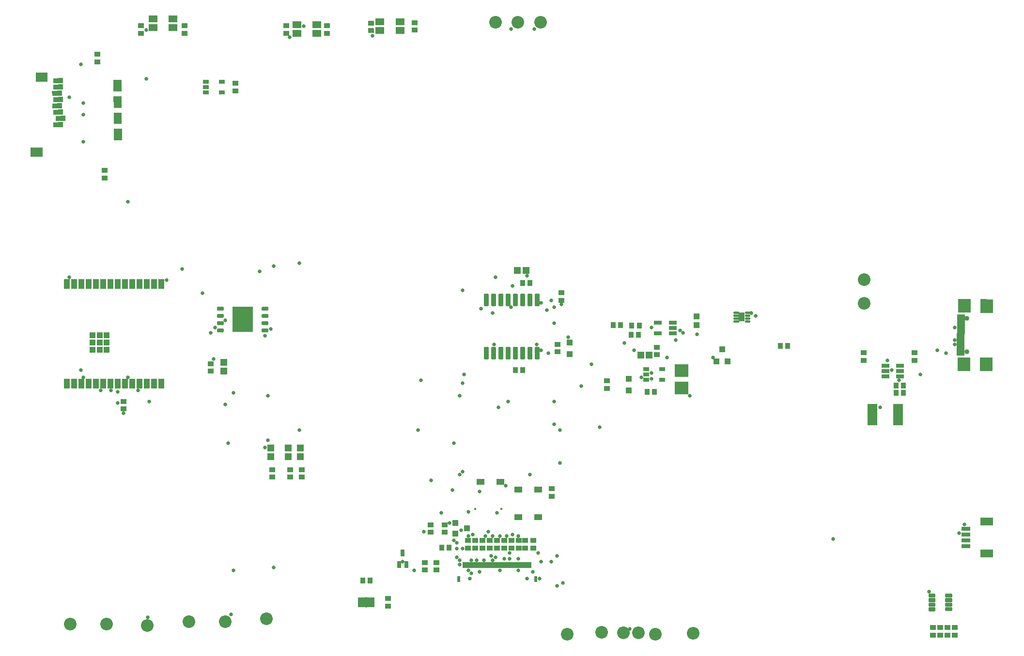
<source format=gbr>
G04 EAGLE Gerber RS-274X export*
G75*
%MOMM*%
%FSLAX34Y34*%
%LPD*%
%INSoldermask Top*%
%IPPOS*%
%AMOC8*
5,1,8,0,0,1.08239X$1,22.5*%
G01*
G04 Define Apertures*
%ADD10R,1.603200X1.253200*%
%ADD11R,1.103200X0.903200*%
%ADD12R,0.903200X1.103200*%
%ADD13R,2.403200X2.203200*%
%ADD14R,1.403200X0.803200*%
%ADD15R,1.143200X1.173200*%
%ADD16R,1.173200X1.143200*%
%ADD17R,1.103200X1.003200*%
%ADD18R,1.353200X1.003200*%
%ADD19R,1.103200X0.803200*%
%ADD20R,0.503200X1.003200*%
%ADD21R,0.603200X1.003200*%
%ADD22R,1.353200X0.503200*%
%ADD23R,2.383200X2.203200*%
%ADD24C,0.853200*%
%ADD25R,2.203200X1.403200*%
%ADD26R,1.553200X0.803200*%
%ADD27R,2.003200X1.403200*%
%ADD28R,2.103200X1.603200*%
%ADD29R,1.703200X0.903200*%
%ADD30R,0.330200X0.330200*%
%ADD31R,1.003200X1.003200*%
%ADD32R,1.403200X0.753200*%
%ADD33R,1.703200X3.803200*%
%ADD34R,1.003200X1.103200*%
%ADD35R,0.703200X1.253200*%
%ADD36C,0.330503*%
%ADD37R,0.152400X1.828800*%
%ADD38R,1.371600X1.803400*%
%ADD39C,2.203200*%
%ADD40C,0.315166*%
%ADD41R,3.603200X4.503200*%
%ADD42R,1.103200X1.703200*%
%ADD43C,0.349006*%
%ADD44C,0.269722*%
%ADD45R,1.103200X1.503200*%
%ADD46C,0.655600*%
D10*
X510492Y1087242D03*
X475492Y1087242D03*
X475492Y1072242D03*
X510492Y1072242D03*
D11*
X1625600Y18900D03*
X1625600Y31900D03*
X681200Y1077600D03*
X681200Y1090600D03*
D12*
X869800Y635000D03*
X882800Y635000D03*
X1060800Y560500D03*
X1073800Y560500D03*
X1087300Y444500D03*
X1100300Y444500D03*
D11*
X1017600Y450700D03*
X1017600Y463700D03*
X1612900Y18900D03*
X1612900Y31900D03*
D12*
X1320300Y524700D03*
X1333300Y524700D03*
D13*
X1147700Y451600D03*
X1147700Y481600D03*
D11*
X920600Y262100D03*
X920600Y275100D03*
D12*
X1522900Y455700D03*
X1535900Y455700D03*
D11*
X279400Y1072132D03*
X279400Y1085132D03*
D12*
X1522900Y443000D03*
X1535900Y443000D03*
D11*
X457200Y1072132D03*
X457200Y1085132D03*
D12*
X590400Y114300D03*
X603400Y114300D03*
X741300Y172300D03*
X728300Y172300D03*
D11*
X127000Y1022200D03*
X127000Y1035200D03*
D10*
X655492Y1092242D03*
X620492Y1092242D03*
X620492Y1077242D03*
X655492Y1077242D03*
D11*
X368300Y971400D03*
X368300Y984400D03*
D14*
X1504200Y490600D03*
X1504200Y481100D03*
X1504200Y471600D03*
X1529200Y471600D03*
X1529200Y481100D03*
X1529200Y490600D03*
D15*
X481200Y331200D03*
X481200Y346200D03*
X460000Y331200D03*
X460000Y346200D03*
D16*
X1091300Y508700D03*
X1076300Y508700D03*
D17*
X1055700Y446700D03*
X1055700Y467700D03*
D18*
X796100Y286700D03*
X831100Y286700D03*
X862300Y273600D03*
X897300Y273600D03*
X897300Y225500D03*
X862300Y225500D03*
D15*
X429800Y331200D03*
X429800Y346200D03*
D17*
X952500Y510200D03*
X952500Y531200D03*
D16*
X861100Y657368D03*
X876100Y657368D03*
D15*
X347400Y481200D03*
X347400Y496200D03*
D11*
X889000Y171300D03*
X889000Y184300D03*
X800100Y171300D03*
X800100Y184300D03*
X787400Y171300D03*
X787400Y184300D03*
X774700Y171300D03*
X774700Y184300D03*
X874124Y171300D03*
X874124Y184300D03*
X863600Y171300D03*
X863600Y184300D03*
X850900Y171300D03*
X850900Y184300D03*
X838200Y171300D03*
X838200Y184300D03*
X825500Y171300D03*
X825500Y184300D03*
X812800Y171300D03*
X812800Y184300D03*
D19*
X1085600Y484400D03*
X1085600Y474900D03*
X1085600Y465400D03*
X1113600Y465400D03*
X1113600Y484400D03*
X316200Y987400D03*
X316200Y977900D03*
X316200Y968400D03*
X344200Y968400D03*
X344200Y987400D03*
D20*
X883000Y141500D03*
X878000Y141500D03*
X873000Y141500D03*
X868000Y141500D03*
X863000Y141500D03*
X858000Y141500D03*
X853000Y141500D03*
X848000Y141500D03*
X843000Y141500D03*
X838000Y141500D03*
X833000Y141500D03*
X828000Y141500D03*
X823000Y141500D03*
X818000Y141500D03*
X813000Y141500D03*
X808000Y141500D03*
X803000Y141500D03*
X798000Y141500D03*
X793000Y141500D03*
X788000Y141500D03*
X783000Y141500D03*
X778000Y141500D03*
X773000Y141500D03*
X768000Y141500D03*
D21*
X893000Y116500D03*
X758000Y116500D03*
D22*
G36*
X1628869Y513121D02*
X1642400Y513026D01*
X1642365Y507995D01*
X1628834Y508090D01*
X1628869Y513121D01*
G37*
G36*
X1628924Y521120D02*
X1642455Y521025D01*
X1642420Y515994D01*
X1628889Y516089D01*
X1628924Y521120D01*
G37*
G36*
X1629015Y534120D02*
X1642546Y534025D01*
X1642511Y528994D01*
X1628980Y529089D01*
X1629015Y534120D01*
G37*
G36*
X1629085Y544120D02*
X1642616Y544025D01*
X1642581Y538994D01*
X1629050Y539089D01*
X1629085Y544120D01*
G37*
G36*
X1629120Y549120D02*
X1642651Y549025D01*
X1642616Y543994D01*
X1629085Y544089D01*
X1629120Y549120D01*
G37*
G36*
X1629190Y559119D02*
X1642721Y559024D01*
X1642686Y553993D01*
X1629155Y554088D01*
X1629190Y559119D01*
G37*
G36*
X1629281Y572119D02*
X1642812Y572024D01*
X1642777Y566993D01*
X1629246Y567088D01*
X1629281Y572119D01*
G37*
G36*
X1629336Y580119D02*
X1642867Y580024D01*
X1642832Y574993D01*
X1629301Y575088D01*
X1629336Y580119D01*
G37*
G36*
X1629315Y577119D02*
X1642846Y577024D01*
X1642811Y571993D01*
X1629280Y572088D01*
X1629315Y577119D01*
G37*
G36*
X1629260Y569119D02*
X1642791Y569024D01*
X1642756Y563993D01*
X1629225Y564088D01*
X1629260Y569119D01*
G37*
G36*
X1629225Y564119D02*
X1642756Y564024D01*
X1642721Y558993D01*
X1629190Y559088D01*
X1629225Y564119D01*
G37*
G36*
X1629155Y554120D02*
X1642686Y554025D01*
X1642651Y548994D01*
X1629120Y549089D01*
X1629155Y554120D01*
G37*
G36*
X1629050Y539120D02*
X1642581Y539025D01*
X1642546Y533994D01*
X1629015Y534089D01*
X1629050Y539120D01*
G37*
G36*
X1628980Y529120D02*
X1642511Y529025D01*
X1642476Y523994D01*
X1628945Y524089D01*
X1628980Y529120D01*
G37*
G36*
X1628945Y524120D02*
X1642476Y524025D01*
X1642441Y518994D01*
X1628910Y519089D01*
X1628945Y524120D01*
G37*
G36*
X1628890Y516121D02*
X1642421Y516026D01*
X1642386Y510995D01*
X1628855Y511090D01*
X1628890Y516121D01*
G37*
D23*
G36*
X1691641Y504482D02*
X1691475Y480652D01*
X1669445Y480806D01*
X1669611Y504636D01*
X1691641Y504482D01*
G37*
G36*
X1692354Y606679D02*
X1692188Y582849D01*
X1670158Y583003D01*
X1670324Y606833D01*
X1692354Y606679D01*
G37*
G36*
X1652342Y504756D02*
X1652176Y480926D01*
X1630146Y481080D01*
X1630312Y504910D01*
X1652342Y504756D01*
G37*
G36*
X1653055Y606953D02*
X1652889Y583123D01*
X1630859Y583277D01*
X1631025Y607107D01*
X1653055Y606953D01*
G37*
D24*
X1646399Y515082D03*
X1646802Y572881D03*
D25*
X1681332Y161700D03*
X1681332Y217700D03*
D26*
X1644582Y174700D03*
X1644582Y184700D03*
X1644582Y194700D03*
X1644582Y204700D03*
D27*
G36*
X155559Y884741D02*
X155419Y904771D01*
X169449Y904869D01*
X169589Y884839D01*
X155559Y884741D01*
G37*
G36*
X155161Y941739D02*
X155021Y961769D01*
X169051Y961867D01*
X169191Y941837D01*
X155161Y941739D01*
G37*
D28*
G36*
X30788Y855869D02*
X9758Y855722D01*
X9646Y871753D01*
X30676Y871900D01*
X30788Y855869D01*
G37*
G36*
X39869Y987435D02*
X18839Y987288D01*
X18727Y1003319D01*
X39757Y1003466D01*
X39869Y987435D01*
G37*
D29*
G36*
X66928Y907622D02*
X49897Y907503D01*
X49834Y916534D01*
X66865Y916653D01*
X66928Y907622D01*
G37*
G36*
X70851Y918650D02*
X53820Y918531D01*
X53757Y927562D01*
X70788Y927681D01*
X70851Y918650D01*
G37*
G36*
X66774Y929622D02*
X49743Y929503D01*
X49680Y938534D01*
X66711Y938653D01*
X66774Y929622D01*
G37*
G36*
X64697Y940607D02*
X47666Y940488D01*
X47603Y949519D01*
X64634Y949638D01*
X64697Y940607D01*
G37*
G36*
X66620Y951621D02*
X49589Y951502D01*
X49526Y960533D01*
X66557Y960652D01*
X66620Y951621D01*
G37*
G36*
X64544Y962607D02*
X47513Y962488D01*
X47450Y971519D01*
X64481Y971638D01*
X64544Y962607D01*
G37*
G36*
X66467Y973621D02*
X49436Y973502D01*
X49373Y982533D01*
X66404Y982652D01*
X66467Y973621D01*
G37*
G36*
X66390Y984620D02*
X49359Y984501D01*
X49296Y993532D01*
X66327Y993651D01*
X66390Y984620D01*
G37*
D27*
G36*
X155360Y913240D02*
X155220Y933270D01*
X169250Y933368D01*
X169390Y913338D01*
X155360Y913240D01*
G37*
G36*
X154962Y970239D02*
X154822Y990269D01*
X168852Y990367D01*
X168992Y970337D01*
X154962Y970239D01*
G37*
D30*
X787240Y239400D03*
X832960Y239400D03*
D31*
X1173600Y561400D03*
X1173600Y576400D03*
D32*
X1132601Y547000D03*
X1132601Y556500D03*
X1132601Y566000D03*
X1106599Y566000D03*
X1106599Y547000D03*
D33*
X1481500Y404900D03*
X1526500Y404900D03*
D34*
X1209000Y498000D03*
X1228000Y498000D03*
X1218500Y519000D03*
D17*
X752000Y215400D03*
X752000Y196400D03*
X773000Y205900D03*
D35*
X653900Y141900D03*
X666900Y141900D03*
X660400Y162900D03*
D11*
X139700Y819000D03*
X139700Y832000D03*
X172200Y414800D03*
X172200Y427800D03*
X733400Y199000D03*
X733400Y212000D03*
X1587500Y18900D03*
X1587500Y31900D03*
X698900Y133000D03*
X698900Y146000D03*
D12*
X1059300Y544200D03*
X1072300Y544200D03*
D11*
X635000Y69700D03*
X635000Y82700D03*
X1600200Y18900D03*
X1600200Y31900D03*
X719700Y133000D03*
X719700Y146000D03*
X1465900Y500000D03*
X1465900Y513000D03*
X1554800Y500000D03*
X1554800Y513000D03*
X709500Y199000D03*
X709500Y212000D03*
X938000Y604800D03*
X938000Y617800D03*
X930600Y514800D03*
X930600Y527800D03*
D12*
X1028300Y561300D03*
X1041300Y561300D03*
D11*
X324900Y480600D03*
X324900Y493600D03*
X484100Y295600D03*
X484100Y308600D03*
X463300Y295600D03*
X463300Y308600D03*
X432500Y295600D03*
X432500Y308600D03*
D10*
X258800Y1097242D03*
X223800Y1097242D03*
X223800Y1082242D03*
X258800Y1082242D03*
D11*
X528400Y1072132D03*
X528400Y1085132D03*
X1104500Y509800D03*
X1104500Y522800D03*
D12*
X857100Y482600D03*
X870100Y482600D03*
D11*
X605000Y1076732D03*
X605000Y1089732D03*
X203200Y1072132D03*
X203200Y1085132D03*
D36*
X1610336Y86336D02*
X1619224Y86336D01*
X1610336Y86336D02*
X1610336Y90064D01*
X1619224Y90064D01*
X1619224Y86336D01*
X1619224Y89476D02*
X1610336Y89476D01*
X1610336Y78336D02*
X1619224Y78336D01*
X1610336Y78336D02*
X1610336Y82064D01*
X1619224Y82064D01*
X1619224Y78336D01*
X1619224Y81476D02*
X1610336Y81476D01*
X1610336Y70336D02*
X1619224Y70336D01*
X1610336Y70336D02*
X1610336Y74064D01*
X1619224Y74064D01*
X1619224Y70336D01*
X1619224Y73476D02*
X1610336Y73476D01*
X1610336Y62336D02*
X1619224Y62336D01*
X1610336Y62336D02*
X1610336Y66064D01*
X1619224Y66064D01*
X1619224Y62336D01*
X1619224Y65476D02*
X1610336Y65476D01*
X1590064Y62136D02*
X1581176Y62136D01*
X1581176Y65864D01*
X1590064Y65864D01*
X1590064Y62136D01*
X1590064Y65276D02*
X1581176Y65276D01*
X1581176Y70336D02*
X1590064Y70336D01*
X1581176Y70336D02*
X1581176Y74064D01*
X1590064Y74064D01*
X1590064Y70336D01*
X1590064Y73476D02*
X1581176Y73476D01*
X1581176Y78336D02*
X1590064Y78336D01*
X1581176Y78336D02*
X1581176Y82064D01*
X1590064Y82064D01*
X1590064Y78336D01*
X1590064Y81476D02*
X1581176Y81476D01*
X1581176Y86336D02*
X1590064Y86336D01*
X1581176Y86336D02*
X1581176Y90064D01*
X1590064Y90064D01*
X1590064Y86336D01*
X1590064Y89476D02*
X1581176Y89476D01*
D37*
X596900Y76200D03*
D38*
X589280Y76200D03*
X604520Y76200D03*
D39*
X901332Y1091332D03*
X421800Y47800D03*
X1072300Y22800D03*
X1168300Y22508D03*
X349800Y42800D03*
X286300Y42800D03*
X142800Y37800D03*
X79300Y37800D03*
X1045800Y22800D03*
X861332Y1091332D03*
X1466700Y641332D03*
X822600Y1091332D03*
X1466700Y599600D03*
X213600Y35668D03*
X1007800Y23900D03*
X1102000Y20668D03*
X947700Y20668D03*
D40*
X346190Y588910D02*
X337910Y588910D01*
X337910Y592190D01*
X346190Y592190D01*
X346190Y588910D01*
X346190Y591904D02*
X337910Y591904D01*
X337910Y576210D02*
X346190Y576210D01*
X337910Y576210D02*
X337910Y579490D01*
X346190Y579490D01*
X346190Y576210D01*
X346190Y579204D02*
X337910Y579204D01*
X337910Y563510D02*
X346190Y563510D01*
X337910Y563510D02*
X337910Y566790D01*
X346190Y566790D01*
X346190Y563510D01*
X346190Y566504D02*
X337910Y566504D01*
X337910Y550810D02*
X346190Y550810D01*
X337910Y550810D02*
X337910Y554090D01*
X346190Y554090D01*
X346190Y550810D01*
X346190Y553804D02*
X337910Y553804D01*
X415810Y550810D02*
X424090Y550810D01*
X415810Y550810D02*
X415810Y554090D01*
X424090Y554090D01*
X424090Y550810D01*
X424090Y553804D02*
X415810Y553804D01*
X415810Y563510D02*
X424090Y563510D01*
X415810Y563510D02*
X415810Y566790D01*
X424090Y566790D01*
X424090Y563510D01*
X424090Y566504D02*
X415810Y566504D01*
X415810Y576210D02*
X424090Y576210D01*
X415810Y576210D02*
X415810Y579490D01*
X424090Y579490D01*
X424090Y576210D01*
X424090Y579204D02*
X415810Y579204D01*
X415810Y588910D02*
X424090Y588910D01*
X415810Y588910D02*
X415810Y592190D01*
X424090Y592190D01*
X424090Y588910D01*
X424090Y591904D02*
X415810Y591904D01*
D41*
X381000Y571500D03*
D42*
X73468Y458600D03*
X86168Y458600D03*
X98868Y458600D03*
X111568Y458600D03*
X124268Y458600D03*
X136968Y458600D03*
X149668Y458600D03*
X162368Y458600D03*
X175068Y458600D03*
X187768Y458600D03*
X200468Y458600D03*
X213168Y458600D03*
X225868Y458600D03*
X238568Y458600D03*
X238568Y633600D03*
X225868Y633600D03*
X213168Y633600D03*
X200468Y633600D03*
X187768Y633600D03*
X175068Y633600D03*
X162368Y633600D03*
X149668Y633600D03*
X136968Y633600D03*
X124268Y633600D03*
X111568Y633600D03*
X98868Y633600D03*
X86168Y633600D03*
X73468Y633600D03*
D31*
X130668Y531050D03*
X118168Y518550D03*
X118168Y531050D03*
X118168Y543550D03*
X130668Y518550D03*
X130668Y543550D03*
X143168Y518550D03*
X143168Y531050D03*
X143168Y543550D03*
D43*
X893129Y595829D02*
X893129Y614871D01*
X897571Y614871D01*
X897571Y595829D01*
X893129Y595829D01*
X893129Y599144D02*
X897571Y599144D01*
X897571Y602459D02*
X893129Y602459D01*
X893129Y605774D02*
X897571Y605774D01*
X897571Y609089D02*
X893129Y609089D01*
X893129Y612404D02*
X897571Y612404D01*
X880429Y614871D02*
X880429Y595829D01*
X880429Y614871D02*
X884871Y614871D01*
X884871Y595829D01*
X880429Y595829D01*
X880429Y599144D02*
X884871Y599144D01*
X884871Y602459D02*
X880429Y602459D01*
X880429Y605774D02*
X884871Y605774D01*
X884871Y609089D02*
X880429Y609089D01*
X880429Y612404D02*
X884871Y612404D01*
X867729Y614871D02*
X867729Y595829D01*
X867729Y614871D02*
X872171Y614871D01*
X872171Y595829D01*
X867729Y595829D01*
X867729Y599144D02*
X872171Y599144D01*
X872171Y602459D02*
X867729Y602459D01*
X867729Y605774D02*
X872171Y605774D01*
X872171Y609089D02*
X867729Y609089D01*
X867729Y612404D02*
X872171Y612404D01*
X855029Y614871D02*
X855029Y595829D01*
X855029Y614871D02*
X859471Y614871D01*
X859471Y595829D01*
X855029Y595829D01*
X855029Y599144D02*
X859471Y599144D01*
X859471Y602459D02*
X855029Y602459D01*
X855029Y605774D02*
X859471Y605774D01*
X859471Y609089D02*
X855029Y609089D01*
X855029Y612404D02*
X859471Y612404D01*
X842329Y614871D02*
X842329Y595829D01*
X842329Y614871D02*
X846771Y614871D01*
X846771Y595829D01*
X842329Y595829D01*
X842329Y599144D02*
X846771Y599144D01*
X846771Y602459D02*
X842329Y602459D01*
X842329Y605774D02*
X846771Y605774D01*
X846771Y609089D02*
X842329Y609089D01*
X842329Y612404D02*
X846771Y612404D01*
X829629Y614871D02*
X829629Y595829D01*
X829629Y614871D02*
X834071Y614871D01*
X834071Y595829D01*
X829629Y595829D01*
X829629Y599144D02*
X834071Y599144D01*
X834071Y602459D02*
X829629Y602459D01*
X829629Y605774D02*
X834071Y605774D01*
X834071Y609089D02*
X829629Y609089D01*
X829629Y612404D02*
X834071Y612404D01*
X816929Y614871D02*
X816929Y595829D01*
X816929Y614871D02*
X821371Y614871D01*
X821371Y595829D01*
X816929Y595829D01*
X816929Y599144D02*
X821371Y599144D01*
X821371Y602459D02*
X816929Y602459D01*
X816929Y605774D02*
X821371Y605774D01*
X821371Y609089D02*
X816929Y609089D01*
X816929Y612404D02*
X821371Y612404D01*
X804229Y614871D02*
X804229Y595829D01*
X804229Y614871D02*
X808671Y614871D01*
X808671Y595829D01*
X804229Y595829D01*
X804229Y599144D02*
X808671Y599144D01*
X808671Y602459D02*
X804229Y602459D01*
X804229Y605774D02*
X808671Y605774D01*
X808671Y609089D02*
X804229Y609089D01*
X804229Y612404D02*
X808671Y612404D01*
X804229Y521771D02*
X804229Y502729D01*
X804229Y521771D02*
X808671Y521771D01*
X808671Y502729D01*
X804229Y502729D01*
X804229Y506044D02*
X808671Y506044D01*
X808671Y509359D02*
X804229Y509359D01*
X804229Y512674D02*
X808671Y512674D01*
X808671Y515989D02*
X804229Y515989D01*
X804229Y519304D02*
X808671Y519304D01*
X816929Y521771D02*
X816929Y502729D01*
X816929Y521771D02*
X821371Y521771D01*
X821371Y502729D01*
X816929Y502729D01*
X816929Y506044D02*
X821371Y506044D01*
X821371Y509359D02*
X816929Y509359D01*
X816929Y512674D02*
X821371Y512674D01*
X821371Y515989D02*
X816929Y515989D01*
X816929Y519304D02*
X821371Y519304D01*
X829629Y521771D02*
X829629Y502729D01*
X829629Y521771D02*
X834071Y521771D01*
X834071Y502729D01*
X829629Y502729D01*
X829629Y506044D02*
X834071Y506044D01*
X834071Y509359D02*
X829629Y509359D01*
X829629Y512674D02*
X834071Y512674D01*
X834071Y515989D02*
X829629Y515989D01*
X829629Y519304D02*
X834071Y519304D01*
X842329Y521771D02*
X842329Y502729D01*
X842329Y521771D02*
X846771Y521771D01*
X846771Y502729D01*
X842329Y502729D01*
X842329Y506044D02*
X846771Y506044D01*
X846771Y509359D02*
X842329Y509359D01*
X842329Y512674D02*
X846771Y512674D01*
X846771Y515989D02*
X842329Y515989D01*
X842329Y519304D02*
X846771Y519304D01*
X855029Y521771D02*
X855029Y502729D01*
X855029Y521771D02*
X859471Y521771D01*
X859471Y502729D01*
X855029Y502729D01*
X855029Y506044D02*
X859471Y506044D01*
X859471Y509359D02*
X855029Y509359D01*
X855029Y512674D02*
X859471Y512674D01*
X859471Y515989D02*
X855029Y515989D01*
X855029Y519304D02*
X859471Y519304D01*
X867729Y521771D02*
X867729Y502729D01*
X867729Y521771D02*
X872171Y521771D01*
X872171Y502729D01*
X867729Y502729D01*
X867729Y506044D02*
X872171Y506044D01*
X872171Y509359D02*
X867729Y509359D01*
X867729Y512674D02*
X872171Y512674D01*
X872171Y515989D02*
X867729Y515989D01*
X867729Y519304D02*
X872171Y519304D01*
X880429Y521771D02*
X880429Y502729D01*
X880429Y521771D02*
X884871Y521771D01*
X884871Y502729D01*
X880429Y502729D01*
X880429Y506044D02*
X884871Y506044D01*
X884871Y509359D02*
X880429Y509359D01*
X880429Y512674D02*
X884871Y512674D01*
X884871Y515989D02*
X880429Y515989D01*
X880429Y519304D02*
X884871Y519304D01*
X893129Y521771D02*
X893129Y502729D01*
X893129Y521771D02*
X897571Y521771D01*
X897571Y502729D01*
X893129Y502729D01*
X893129Y506044D02*
X897571Y506044D01*
X897571Y509359D02*
X893129Y509359D01*
X893129Y512674D02*
X897571Y512674D01*
X897571Y515989D02*
X893129Y515989D01*
X893129Y519304D02*
X897571Y519304D01*
D44*
X1239482Y582182D02*
X1246418Y582182D01*
X1239482Y582182D02*
X1239482Y584218D01*
X1246418Y584218D01*
X1246418Y582182D01*
X1246418Y577182D02*
X1239482Y577182D01*
X1239482Y579218D01*
X1246418Y579218D01*
X1246418Y577182D01*
X1246418Y572182D02*
X1239482Y572182D01*
X1239482Y574218D01*
X1246418Y574218D01*
X1246418Y572182D01*
X1246418Y567182D02*
X1239482Y567182D01*
X1239482Y569218D01*
X1246418Y569218D01*
X1246418Y567182D01*
X1259182Y567182D02*
X1266118Y567182D01*
X1259182Y567182D02*
X1259182Y569218D01*
X1266118Y569218D01*
X1266118Y567182D01*
X1266118Y572182D02*
X1259182Y572182D01*
X1259182Y574218D01*
X1266118Y574218D01*
X1266118Y572182D01*
X1266118Y577182D02*
X1259182Y577182D01*
X1259182Y579218D01*
X1266118Y579218D01*
X1266118Y577182D01*
X1266118Y582182D02*
X1259182Y582182D01*
X1259182Y584218D01*
X1266118Y584218D01*
X1266118Y582182D01*
D45*
X1252800Y575700D03*
D46*
X900000Y117500D03*
X897500Y162500D03*
X847500Y152500D03*
X847500Y162500D03*
X802500Y150000D03*
X777500Y117500D03*
X795000Y270000D03*
X765000Y305000D03*
X765000Y170000D03*
X765000Y460000D03*
X1527500Y465000D03*
X1515000Y482500D03*
X1595000Y517500D03*
X1495000Y417500D03*
X1175000Y545000D03*
X1202500Y505000D03*
X1077500Y470000D03*
X1005000Y382500D03*
X1137500Y535000D03*
X1565000Y475000D03*
X1625000Y535000D03*
X1507500Y500000D03*
X1625000Y557500D03*
X1610000Y512500D03*
X1625000Y527500D03*
X1047500Y530000D03*
X972500Y455000D03*
X1095000Y467500D03*
X1095000Y477500D03*
X762500Y202500D03*
X760000Y150000D03*
X760000Y300000D03*
X1412500Y187500D03*
X1162500Y437500D03*
X1122500Y505000D03*
X760000Y437500D03*
X212500Y1077500D03*
X212500Y992500D03*
X332500Y557500D03*
X330000Y502500D03*
X950000Y540000D03*
X925000Y565000D03*
X877500Y647500D03*
X827500Y417500D03*
X102500Y882500D03*
X102500Y470000D03*
X817500Y150000D03*
X930000Y105000D03*
X420000Y542500D03*
X425000Y360000D03*
X425000Y437500D03*
X102500Y930000D03*
X150000Y447500D03*
X747500Y272500D03*
X355000Y355000D03*
X350000Y570000D03*
X990000Y492500D03*
X925000Y427500D03*
X350000Y422500D03*
X77500Y960000D03*
X77500Y645000D03*
X215000Y50000D03*
X822500Y155000D03*
X940000Y110000D03*
X480000Y377500D03*
X430000Y555000D03*
X102500Y950000D03*
X325000Y547500D03*
X882500Y300000D03*
X937500Y597500D03*
X920000Y147500D03*
X97500Y482500D03*
X97500Y1017500D03*
X680000Y132500D03*
X365000Y132500D03*
X162500Y445000D03*
X162500Y425000D03*
X817500Y582500D03*
X780000Y127500D03*
X902500Y600000D03*
X197500Y447500D03*
X217500Y427500D03*
X845000Y427500D03*
X862500Y132500D03*
X877500Y117500D03*
X850000Y592500D03*
X930000Y157500D03*
X1057500Y30000D03*
X132500Y447500D03*
X172500Y407500D03*
X925000Y387500D03*
X247500Y640000D03*
X462500Y1065000D03*
X487500Y1085000D03*
X180000Y777500D03*
X180000Y470000D03*
X275000Y660000D03*
X607500Y1067500D03*
X480000Y670000D03*
X890000Y1080000D03*
X435000Y665000D03*
X850000Y1080000D03*
X765000Y622500D03*
X797500Y590000D03*
X822500Y645000D03*
X1580000Y95000D03*
X742500Y215000D03*
X360000Y55000D03*
X1065000Y517500D03*
X935000Y377500D03*
X750000Y355000D03*
X310000Y617500D03*
X912500Y587500D03*
X895000Y527500D03*
X1632500Y197500D03*
X1270000Y582500D03*
X925000Y592500D03*
X902500Y517500D03*
X1642500Y212500D03*
X1277500Y577500D03*
X837500Y152500D03*
X842500Y192500D03*
X410000Y655000D03*
X687500Y377500D03*
X365000Y442500D03*
X420000Y347500D03*
X435000Y137500D03*
X815000Y157500D03*
X825000Y232500D03*
X852500Y195000D03*
X810000Y200000D03*
X697500Y200000D03*
X727500Y232500D03*
X775000Y132500D03*
X775000Y192500D03*
X840000Y280000D03*
X790000Y150000D03*
X805000Y192500D03*
X902500Y147500D03*
X915000Y512500D03*
X660000Y147500D03*
X692500Y465000D03*
X920000Y605000D03*
X887500Y130000D03*
X775000Y235000D03*
X1150000Y547500D03*
X710000Y290000D03*
X1095000Y557500D03*
X1145000Y552500D03*
X935000Y320000D03*
X862500Y152500D03*
X862500Y192500D03*
X760000Y142500D03*
X750000Y185000D03*
X780000Y150000D03*
X782500Y195000D03*
X755000Y155000D03*
X755000Y170000D03*
X795000Y130000D03*
X817500Y192500D03*
X830000Y132500D03*
X830000Y192500D03*
X755000Y180000D03*
X767500Y475000D03*
X852500Y630000D03*
X820000Y527500D03*
M02*

</source>
